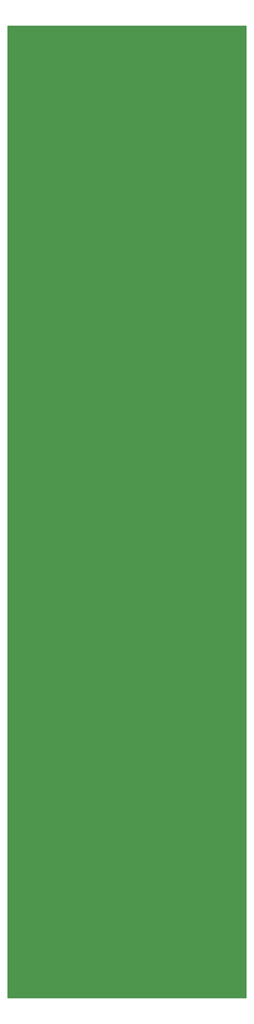
<source format=gtl>
%TF.GenerationSoftware,KiCad,Pcbnew,8.0.5*%
%TF.CreationDate,2024-12-03T23:29:58+01:00*%
%TF.ProjectId,DMH_Multiverter_PANEL,444d485f-4d75-46c7-9469-766572746572,rev?*%
%TF.SameCoordinates,Original*%
%TF.FileFunction,Copper,L1,Top*%
%TF.FilePolarity,Positive*%
%FSLAX46Y46*%
G04 Gerber Fmt 4.6, Leading zero omitted, Abs format (unit mm)*
G04 Created by KiCad (PCBNEW 8.0.5) date 2024-12-03 23:29:58*
%MOMM*%
%LPD*%
G01*
G04 APERTURE LIST*
%TA.AperFunction,ConnectorPad*%
%ADD10C,12.000000*%
%TD*%
%TA.AperFunction,ComponentPad*%
%ADD11C,0.500000*%
%TD*%
%TA.AperFunction,ComponentPad*%
%ADD12C,4.000000*%
%TD*%
G04 APERTURE END LIST*
D10*
%TO.P,H10,1,1*%
%TO.N,GND*%
X83000000Y-97000000D03*
%TD*%
%TO.P,H7,1,1*%
%TO.N,GND*%
X83000000Y-58750000D03*
%TD*%
D11*
%TO.P,H18,1,1*%
%TO.N,GND*%
X69300000Y-159250000D03*
X70960000Y-155220000D03*
X70970000Y-163290000D03*
X75000000Y-153550000D03*
D10*
X75000000Y-159250000D03*
D11*
X75000000Y-164950000D03*
X79030000Y-163290000D03*
X79040000Y-155220000D03*
X80700000Y-159250000D03*
%TD*%
D12*
%TO.P,H3,1,1*%
%TO.N,GND*%
X53500000Y-226500000D03*
%TD*%
D11*
%TO.P,H23,1,1*%
%TO.N,GND*%
X52800000Y-192250000D03*
X54460000Y-188220000D03*
X54470000Y-196290000D03*
X58500000Y-186550000D03*
D10*
X58500000Y-192250000D03*
D11*
X58500000Y-197950000D03*
X62530000Y-196290000D03*
X62540000Y-188220000D03*
X64200000Y-192250000D03*
%TD*%
%TO.P,H27,1,1*%
%TO.N,GND*%
X69300000Y-208750000D03*
X70960000Y-204720000D03*
X70970000Y-212790000D03*
X75000000Y-203050000D03*
D10*
X75000000Y-208750000D03*
D11*
X75000000Y-214450000D03*
X79030000Y-212790000D03*
X79040000Y-204720000D03*
X80700000Y-208750000D03*
%TD*%
%TO.P,H12,1,1*%
%TO.N,GND*%
X69300000Y-126250000D03*
X70960000Y-122220000D03*
X70970000Y-130290000D03*
X75000000Y-120550000D03*
D10*
X75000000Y-126250000D03*
D11*
X75000000Y-131950000D03*
X79030000Y-130290000D03*
X79040000Y-122220000D03*
X80700000Y-126250000D03*
%TD*%
%TO.P,H5,1,1*%
%TO.N,GND*%
X52800000Y-50000000D03*
X54460000Y-45970000D03*
X54470000Y-54040000D03*
X58500000Y-44300000D03*
D10*
X58500000Y-50000000D03*
D11*
X58500000Y-55700000D03*
X62530000Y-54040000D03*
X62540000Y-45970000D03*
X64200000Y-50000000D03*
%TD*%
%TO.P,H22,1,1*%
%TO.N,GND*%
X85800000Y-175750000D03*
X87460000Y-171720000D03*
X87470000Y-179790000D03*
X91500000Y-170050000D03*
D10*
X91500000Y-175750000D03*
D11*
X91500000Y-181450000D03*
X95530000Y-179790000D03*
X95540000Y-171720000D03*
X97200000Y-175750000D03*
%TD*%
%TO.P,H15,1,1*%
%TO.N,GND*%
X69300000Y-142750000D03*
X70960000Y-138720000D03*
X70970000Y-146790000D03*
X75000000Y-137050000D03*
D10*
X75000000Y-142750000D03*
D11*
X75000000Y-148450000D03*
X79030000Y-146790000D03*
X79040000Y-138720000D03*
X80700000Y-142750000D03*
%TD*%
%TO.P,H24,1,1*%
%TO.N,GND*%
X69300000Y-192250000D03*
X70960000Y-188220000D03*
X70970000Y-196290000D03*
X75000000Y-186550000D03*
D10*
X75000000Y-192250000D03*
D11*
X75000000Y-197950000D03*
X79030000Y-196290000D03*
X79040000Y-188220000D03*
X80700000Y-192250000D03*
%TD*%
%TO.P,H8,1,1*%
%TO.N,GND*%
X52800000Y-88250000D03*
X54460000Y-84220000D03*
X54470000Y-92290000D03*
X58500000Y-82550000D03*
D10*
X58500000Y-88250000D03*
D11*
X58500000Y-93950000D03*
X62530000Y-92290000D03*
X62540000Y-84220000D03*
X64200000Y-88250000D03*
%TD*%
%TO.P,H26,1,1*%
%TO.N,GND*%
X52800000Y-208750000D03*
X54460000Y-204720000D03*
X54470000Y-212790000D03*
X58500000Y-203050000D03*
D10*
X58500000Y-208750000D03*
D11*
X58500000Y-214450000D03*
X62530000Y-212790000D03*
X62540000Y-204720000D03*
X64200000Y-208750000D03*
%TD*%
%TO.P,H28,1,1*%
%TO.N,GND*%
X85800000Y-208750000D03*
X87460000Y-204720000D03*
X87470000Y-212790000D03*
X91500000Y-203050000D03*
D10*
X91500000Y-208750000D03*
D11*
X91500000Y-214450000D03*
X95530000Y-212790000D03*
X95540000Y-204720000D03*
X97200000Y-208750000D03*
%TD*%
%TO.P,H21,1,1*%
%TO.N,GND*%
X69300000Y-175750000D03*
X70960000Y-171720000D03*
X70970000Y-179790000D03*
X75000000Y-170050000D03*
D10*
X75000000Y-175750000D03*
D11*
X75000000Y-181450000D03*
X79030000Y-179790000D03*
X79040000Y-171720000D03*
X80700000Y-175750000D03*
%TD*%
%TO.P,H25,1,1*%
%TO.N,GND*%
X85800000Y-192250000D03*
X87460000Y-188220000D03*
X87470000Y-196290000D03*
X91500000Y-186550000D03*
D10*
X91500000Y-192250000D03*
D11*
X91500000Y-197950000D03*
X95530000Y-196290000D03*
X95540000Y-188220000D03*
X97200000Y-192250000D03*
%TD*%
%TO.P,H11,1,1*%
%TO.N,GND*%
X52800000Y-126250000D03*
X54460000Y-122220000D03*
X54470000Y-130290000D03*
X58500000Y-120550000D03*
D10*
X58500000Y-126250000D03*
D11*
X58500000Y-131950000D03*
X62530000Y-130290000D03*
X62540000Y-122220000D03*
X64200000Y-126250000D03*
%TD*%
%TO.P,H17,1,1*%
%TO.N,GND*%
X52800000Y-159250000D03*
X54460000Y-155220000D03*
X54470000Y-163290000D03*
X58500000Y-153550000D03*
D10*
X58500000Y-159250000D03*
D11*
X58500000Y-164950000D03*
X62530000Y-163290000D03*
X62540000Y-155220000D03*
X64200000Y-159250000D03*
%TD*%
%TO.P,H16,1,1*%
%TO.N,GND*%
X85800000Y-142750000D03*
X87460000Y-138720000D03*
X87470000Y-146790000D03*
X91500000Y-137050000D03*
D10*
X91500000Y-142750000D03*
D11*
X91500000Y-148450000D03*
X95530000Y-146790000D03*
X95540000Y-138720000D03*
X97200000Y-142750000D03*
%TD*%
%TO.P,H9,1,1*%
%TO.N,GND*%
X52800000Y-105250000D03*
X54460000Y-101220000D03*
X54470000Y-109290000D03*
X58500000Y-99550000D03*
D10*
X58500000Y-105250000D03*
D11*
X58500000Y-110950000D03*
X62530000Y-109290000D03*
X62540000Y-101220000D03*
X64200000Y-105250000D03*
%TD*%
D12*
%TO.P,H2,1,1*%
%TO.N,GND*%
X96500000Y-33500000D03*
%TD*%
%TO.P,H4,1,1*%
%TO.N,GND*%
X96500000Y-226500000D03*
%TD*%
D11*
%TO.P,H14,1,1*%
%TO.N,GND*%
X52800000Y-142750000D03*
X54460000Y-138720000D03*
X54470000Y-146790000D03*
X58500000Y-137050000D03*
D10*
X58500000Y-142750000D03*
D11*
X58500000Y-148450000D03*
X62530000Y-146790000D03*
X62540000Y-138720000D03*
X64200000Y-142750000D03*
%TD*%
%TO.P,H20,1,1*%
%TO.N,GND*%
X52800000Y-175750000D03*
X54460000Y-171720000D03*
X54470000Y-179790000D03*
X58500000Y-170050000D03*
D10*
X58500000Y-175750000D03*
D11*
X58500000Y-181450000D03*
X62530000Y-179790000D03*
X62540000Y-171720000D03*
X64200000Y-175750000D03*
%TD*%
%TO.P,H6,1,1*%
%TO.N,GND*%
X52800000Y-67000000D03*
X54460000Y-62970000D03*
X54470000Y-71040000D03*
X58500000Y-61300000D03*
D10*
X58500000Y-67000000D03*
D11*
X58500000Y-72700000D03*
X62530000Y-71040000D03*
X62540000Y-62970000D03*
X64200000Y-67000000D03*
%TD*%
D12*
%TO.P,H1,1,1*%
%TO.N,GND*%
X53500000Y-33500000D03*
%TD*%
D11*
%TO.P,H13,1,1*%
%TO.N,GND*%
X85800000Y-126250000D03*
X87460000Y-122220000D03*
X87470000Y-130290000D03*
X91500000Y-120550000D03*
D10*
X91500000Y-126250000D03*
D11*
X91500000Y-131950000D03*
X95530000Y-130290000D03*
X95540000Y-122220000D03*
X97200000Y-126250000D03*
%TD*%
%TO.P,H19,1,1*%
%TO.N,GND*%
X85800000Y-159250000D03*
X87460000Y-155220000D03*
X87470000Y-163290000D03*
X91500000Y-153550000D03*
D10*
X91500000Y-159250000D03*
D11*
X91500000Y-164950000D03*
X95530000Y-163290000D03*
X95540000Y-155220000D03*
X97200000Y-159250000D03*
%TD*%
%TA.AperFunction,Conductor*%
%TO.N,GND*%
G36*
X99442539Y-30520185D02*
G01*
X99488294Y-30572989D01*
X99499500Y-30624500D01*
X99499500Y-229375500D01*
X99479815Y-229442539D01*
X99427011Y-229488294D01*
X99375500Y-229499500D01*
X50624500Y-229499500D01*
X50557461Y-229479815D01*
X50511706Y-229427011D01*
X50500500Y-229375500D01*
X50500500Y-208749993D01*
X53094630Y-208749993D01*
X53094630Y-208750006D01*
X53114101Y-209208394D01*
X53172381Y-209663513D01*
X53269043Y-210112028D01*
X53403399Y-210550746D01*
X53403401Y-210550751D01*
X53574468Y-210976468D01*
X53574472Y-210976479D01*
X53781026Y-211386154D01*
X53781037Y-211386174D01*
X53901317Y-211581521D01*
X54021599Y-211776871D01*
X54294429Y-212145762D01*
X54597560Y-212490186D01*
X54928809Y-212807662D01*
X55285788Y-213095902D01*
X55665925Y-213352830D01*
X56066482Y-213576595D01*
X56066485Y-213576596D01*
X56066494Y-213576601D01*
X56484566Y-213765581D01*
X56484573Y-213765584D01*
X56917185Y-213918435D01*
X57361201Y-214034048D01*
X57813422Y-214111589D01*
X57954946Y-214123634D01*
X58270571Y-214150499D01*
X58270588Y-214150499D01*
X58270590Y-214150500D01*
X58270591Y-214150500D01*
X58729409Y-214150500D01*
X58729410Y-214150500D01*
X58729411Y-214150499D01*
X58729428Y-214150499D01*
X59001523Y-214127339D01*
X59186578Y-214111589D01*
X59638799Y-214034048D01*
X60082815Y-213918435D01*
X60515427Y-213765584D01*
X60933518Y-213576595D01*
X61334075Y-213352830D01*
X61714212Y-213095902D01*
X62071191Y-212807662D01*
X62402440Y-212490186D01*
X62705571Y-212145762D01*
X62978401Y-211776871D01*
X63218964Y-211386172D01*
X63425527Y-210976479D01*
X63596601Y-210550744D01*
X63730955Y-210112035D01*
X63827619Y-209663512D01*
X63885897Y-209208407D01*
X63905370Y-208750000D01*
X63905370Y-208749993D01*
X69594630Y-208749993D01*
X69594630Y-208750006D01*
X69614101Y-209208394D01*
X69672381Y-209663513D01*
X69769043Y-210112028D01*
X69903399Y-210550746D01*
X69903401Y-210550751D01*
X70074468Y-210976468D01*
X70074472Y-210976479D01*
X70281026Y-211386154D01*
X70281037Y-211386174D01*
X70401317Y-211581521D01*
X70521599Y-211776871D01*
X70794429Y-212145762D01*
X71097560Y-212490186D01*
X71428809Y-212807662D01*
X71785788Y-213095902D01*
X72165925Y-213352830D01*
X72566482Y-213576595D01*
X72566485Y-213576596D01*
X72566494Y-213576601D01*
X72984566Y-213765581D01*
X72984573Y-213765584D01*
X73417185Y-213918435D01*
X73861201Y-214034048D01*
X74313422Y-214111589D01*
X74454946Y-214123634D01*
X74770571Y-214150499D01*
X74770588Y-214150499D01*
X74770590Y-214150500D01*
X74770591Y-214150500D01*
X75229409Y-214150500D01*
X75229410Y-214150500D01*
X75229411Y-214150499D01*
X75229428Y-214150499D01*
X75501523Y-214127339D01*
X75686578Y-214111589D01*
X76138799Y-214034048D01*
X76582815Y-213918435D01*
X77015427Y-213765584D01*
X77433518Y-213576595D01*
X77834075Y-213352830D01*
X78214212Y-213095902D01*
X78571191Y-212807662D01*
X78902440Y-212490186D01*
X79205571Y-212145762D01*
X79478401Y-211776871D01*
X79718964Y-211386172D01*
X79925527Y-210976479D01*
X80096601Y-210550744D01*
X80230955Y-210112035D01*
X80327619Y-209663512D01*
X80385897Y-209208407D01*
X80405370Y-208750000D01*
X80405370Y-208749993D01*
X86094630Y-208749993D01*
X86094630Y-208750006D01*
X86114101Y-209208394D01*
X86172381Y-209663513D01*
X86269043Y-210112028D01*
X86403399Y-210550746D01*
X86403401Y-210550751D01*
X86574468Y-210976468D01*
X86574472Y-210976479D01*
X86781026Y-211386154D01*
X86781037Y-211386174D01*
X86901317Y-211581521D01*
X87021599Y-211776871D01*
X87294429Y-212145762D01*
X87597560Y-212490186D01*
X87928809Y-212807662D01*
X88285788Y-213095902D01*
X88665925Y-213352830D01*
X89066482Y-213576595D01*
X89066485Y-213576596D01*
X89066494Y-213576601D01*
X89484566Y-213765581D01*
X89484573Y-213765584D01*
X89917185Y-213918435D01*
X90361201Y-214034048D01*
X90813422Y-214111589D01*
X90954946Y-214123634D01*
X91270571Y-214150499D01*
X91270588Y-214150499D01*
X91270590Y-214150500D01*
X91270591Y-214150500D01*
X91729409Y-214150500D01*
X91729410Y-214150500D01*
X91729411Y-214150499D01*
X91729428Y-214150499D01*
X92001523Y-214127339D01*
X92186578Y-214111589D01*
X92638799Y-214034048D01*
X93082815Y-213918435D01*
X93515427Y-213765584D01*
X93933518Y-213576595D01*
X94334075Y-213352830D01*
X94714212Y-213095902D01*
X95071191Y-212807662D01*
X95402440Y-212490186D01*
X95705571Y-212145762D01*
X95978401Y-211776871D01*
X96218964Y-211386172D01*
X96425527Y-210976479D01*
X96596601Y-210550744D01*
X96730955Y-210112035D01*
X96827619Y-209663512D01*
X96885897Y-209208407D01*
X96905370Y-208750000D01*
X96885897Y-208291593D01*
X96827619Y-207836488D01*
X96730955Y-207387965D01*
X96596601Y-206949256D01*
X96425527Y-206523521D01*
X96425527Y-206523520D01*
X96218973Y-206113845D01*
X96218962Y-206113825D01*
X96167601Y-206030410D01*
X95978401Y-205723129D01*
X95705571Y-205354238D01*
X95402440Y-205009814D01*
X95071191Y-204692338D01*
X94714212Y-204404098D01*
X94334075Y-204147170D01*
X94311723Y-204134683D01*
X93933526Y-203923409D01*
X93933505Y-203923398D01*
X93515433Y-203734418D01*
X93082810Y-203581563D01*
X92638797Y-203465951D01*
X92186588Y-203388412D01*
X92186562Y-203388409D01*
X91729428Y-203349500D01*
X91729410Y-203349500D01*
X91270590Y-203349500D01*
X91270571Y-203349500D01*
X90813437Y-203388409D01*
X90813411Y-203388412D01*
X90361202Y-203465951D01*
X89917189Y-203581563D01*
X89484566Y-203734418D01*
X89066494Y-203923398D01*
X89066473Y-203923409D01*
X88665933Y-204147165D01*
X88665914Y-204147177D01*
X88285793Y-204404094D01*
X87928806Y-204692340D01*
X87597559Y-205009814D01*
X87294435Y-205354230D01*
X87021598Y-205723130D01*
X86781037Y-206113825D01*
X86781026Y-206113845D01*
X86574472Y-206523520D01*
X86574468Y-206523531D01*
X86403401Y-206949248D01*
X86403399Y-206949253D01*
X86269043Y-207387971D01*
X86172381Y-207836486D01*
X86114101Y-208291605D01*
X86094630Y-208749993D01*
X80405370Y-208749993D01*
X80385897Y-208291593D01*
X80327619Y-207836488D01*
X80230955Y-207387965D01*
X80096601Y-206949256D01*
X79925527Y-206523521D01*
X79925527Y-206523520D01*
X79718973Y-206113845D01*
X79718962Y-206113825D01*
X79667601Y-206030410D01*
X79478401Y-205723129D01*
X79205571Y-205354238D01*
X78902440Y-205009814D01*
X78571191Y-204692338D01*
X78214212Y-204404098D01*
X77834075Y-204147170D01*
X77811723Y-204134683D01*
X77433526Y-203923409D01*
X77433505Y-203923398D01*
X77015433Y-203734418D01*
X76582810Y-203581563D01*
X76138797Y-203465951D01*
X75686588Y-203388412D01*
X75686562Y-203388409D01*
X75229428Y-203349500D01*
X75229410Y-203349500D01*
X74770590Y-203349500D01*
X74770571Y-203349500D01*
X74313437Y-203388409D01*
X74313411Y-203388412D01*
X73861202Y-203465951D01*
X73417189Y-203581563D01*
X72984566Y-203734418D01*
X72566494Y-203923398D01*
X72566473Y-203923409D01*
X72165933Y-204147165D01*
X72165914Y-204147177D01*
X71785793Y-204404094D01*
X71428806Y-204692340D01*
X71097559Y-205009814D01*
X70794435Y-205354230D01*
X70521598Y-205723130D01*
X70281037Y-206113825D01*
X70281026Y-206113845D01*
X70074472Y-206523520D01*
X70074468Y-206523531D01*
X69903401Y-206949248D01*
X69903399Y-206949253D01*
X69769043Y-207387971D01*
X69672381Y-207836486D01*
X69614101Y-208291605D01*
X69594630Y-208749993D01*
X63905370Y-208749993D01*
X63885897Y-208291593D01*
X63827619Y-207836488D01*
X63730955Y-207387965D01*
X63596601Y-206949256D01*
X63425527Y-206523521D01*
X63425527Y-206523520D01*
X63218973Y-206113845D01*
X63218962Y-206113825D01*
X63167601Y-206030410D01*
X62978401Y-205723129D01*
X62705571Y-205354238D01*
X62402440Y-205009814D01*
X62071191Y-204692338D01*
X61714212Y-204404098D01*
X61334075Y-204147170D01*
X61311723Y-204134683D01*
X60933526Y-203923409D01*
X60933505Y-203923398D01*
X60515433Y-203734418D01*
X60082810Y-203581563D01*
X59638797Y-203465951D01*
X59186588Y-203388412D01*
X59186562Y-203388409D01*
X58729428Y-203349500D01*
X58729410Y-203349500D01*
X58270590Y-203349500D01*
X58270571Y-203349500D01*
X57813437Y-203388409D01*
X57813411Y-203388412D01*
X57361202Y-203465951D01*
X56917189Y-203581563D01*
X56484566Y-203734418D01*
X56066494Y-203923398D01*
X56066473Y-203923409D01*
X55665933Y-204147165D01*
X55665914Y-204147177D01*
X55285793Y-204404094D01*
X54928806Y-204692340D01*
X54597559Y-205009814D01*
X54294435Y-205354230D01*
X54021598Y-205723130D01*
X53781037Y-206113825D01*
X53781026Y-206113845D01*
X53574472Y-206523520D01*
X53574468Y-206523531D01*
X53403401Y-206949248D01*
X53403399Y-206949253D01*
X53269043Y-207387971D01*
X53172381Y-207836486D01*
X53114101Y-208291605D01*
X53094630Y-208749993D01*
X50500500Y-208749993D01*
X50500500Y-192249993D01*
X53094630Y-192249993D01*
X53094630Y-192250006D01*
X53114101Y-192708394D01*
X53172381Y-193163513D01*
X53269043Y-193612028D01*
X53403399Y-194050746D01*
X53403401Y-194050751D01*
X53574468Y-194476468D01*
X53574472Y-194476479D01*
X53781026Y-194886154D01*
X53781037Y-194886174D01*
X53901317Y-195081521D01*
X54021599Y-195276871D01*
X54294429Y-195645762D01*
X54597560Y-195990186D01*
X54928809Y-196307662D01*
X55285788Y-196595902D01*
X55665925Y-196852830D01*
X56066482Y-197076595D01*
X56066485Y-197076596D01*
X56066494Y-197076601D01*
X56484566Y-197265581D01*
X56484573Y-197265584D01*
X56917185Y-197418435D01*
X57361201Y-197534048D01*
X57813422Y-197611589D01*
X57954946Y-197623634D01*
X58270571Y-197650499D01*
X58270588Y-197650499D01*
X58270590Y-197650500D01*
X58270591Y-197650500D01*
X58729409Y-197650500D01*
X58729410Y-197650500D01*
X58729411Y-197650499D01*
X58729428Y-197650499D01*
X59001523Y-197627339D01*
X59186578Y-197611589D01*
X59638799Y-197534048D01*
X60082815Y-197418435D01*
X60515427Y-197265584D01*
X60933518Y-197076595D01*
X61334075Y-196852830D01*
X61714212Y-196595902D01*
X62071191Y-196307662D01*
X62402440Y-195990186D01*
X62705571Y-195645762D01*
X62978401Y-195276871D01*
X63218964Y-194886172D01*
X63425527Y-194476479D01*
X63596601Y-194050744D01*
X63730955Y-193612035D01*
X63827619Y-193163512D01*
X63885897Y-192708407D01*
X63905370Y-192250000D01*
X63905370Y-192249993D01*
X69594630Y-192249993D01*
X69594630Y-192250006D01*
X69614101Y-192708394D01*
X69672381Y-193163513D01*
X69769043Y-193612028D01*
X69903399Y-194050746D01*
X69903401Y-194050751D01*
X70074468Y-194476468D01*
X70074472Y-194476479D01*
X70281026Y-194886154D01*
X70281037Y-194886174D01*
X70401317Y-195081521D01*
X70521599Y-195276871D01*
X70794429Y-195645762D01*
X71097560Y-195990186D01*
X71428809Y-196307662D01*
X71785788Y-196595902D01*
X72165925Y-196852830D01*
X72566482Y-197076595D01*
X72566485Y-197076596D01*
X72566494Y-197076601D01*
X72984566Y-197265581D01*
X72984573Y-197265584D01*
X73417185Y-197418435D01*
X73861201Y-197534048D01*
X74313422Y-197611589D01*
X74454946Y-197623634D01*
X74770571Y-197650499D01*
X74770588Y-197650499D01*
X74770590Y-197650500D01*
X74770591Y-197650500D01*
X75229409Y-197650500D01*
X75229410Y-197650500D01*
X75229411Y-197650499D01*
X75229428Y-197650499D01*
X75501523Y-197627339D01*
X75686578Y-197611589D01*
X76138799Y-197534048D01*
X76582815Y-197418435D01*
X77015427Y-197265584D01*
X77433518Y-197076595D01*
X77834075Y-196852830D01*
X78214212Y-196595902D01*
X78571191Y-196307662D01*
X78902440Y-195990186D01*
X79205571Y-195645762D01*
X79478401Y-195276871D01*
X79718964Y-194886172D01*
X79925527Y-194476479D01*
X80096601Y-194050744D01*
X80230955Y-193612035D01*
X80327619Y-193163512D01*
X80385897Y-192708407D01*
X80405370Y-192250000D01*
X80405370Y-192249993D01*
X86094630Y-192249993D01*
X86094630Y-192250006D01*
X86114101Y-192708394D01*
X86172381Y-193163513D01*
X86269043Y-193612028D01*
X86403399Y-194050746D01*
X86403401Y-194050751D01*
X86574468Y-194476468D01*
X86574472Y-194476479D01*
X86781026Y-194886154D01*
X86781037Y-194886174D01*
X86901317Y-195081521D01*
X87021599Y-195276871D01*
X87294429Y-195645762D01*
X87597560Y-195990186D01*
X87928809Y-196307662D01*
X88285788Y-196595902D01*
X88665925Y-196852830D01*
X89066482Y-197076595D01*
X89066485Y-197076596D01*
X89066494Y-197076601D01*
X89484566Y-197265581D01*
X89484573Y-197265584D01*
X89917185Y-197418435D01*
X90361201Y-197534048D01*
X90813422Y-197611589D01*
X90954946Y-197623634D01*
X91270571Y-197650499D01*
X91270588Y-197650499D01*
X91270590Y-197650500D01*
X91270591Y-197650500D01*
X91729409Y-197650500D01*
X91729410Y-197650500D01*
X91729411Y-197650499D01*
X91729428Y-197650499D01*
X92001523Y-197627339D01*
X92186578Y-197611589D01*
X92638799Y-197534048D01*
X93082815Y-197418435D01*
X93515427Y-197265584D01*
X93933518Y-197076595D01*
X94334075Y-196852830D01*
X94714212Y-196595902D01*
X95071191Y-196307662D01*
X95402440Y-195990186D01*
X95705571Y-195645762D01*
X95978401Y-195276871D01*
X96218964Y-194886172D01*
X96425527Y-194476479D01*
X96596601Y-194050744D01*
X96730955Y-193612035D01*
X96827619Y-193163512D01*
X96885897Y-192708407D01*
X96905370Y-192250000D01*
X96885897Y-191791593D01*
X96827619Y-191336488D01*
X96730955Y-190887965D01*
X96596601Y-190449256D01*
X96425527Y-190023521D01*
X96425527Y-190023520D01*
X96218973Y-189613845D01*
X96218962Y-189613825D01*
X96167601Y-189530410D01*
X95978401Y-189223129D01*
X95705571Y-188854238D01*
X95402440Y-188509814D01*
X95071191Y-188192338D01*
X94714212Y-187904098D01*
X94334075Y-187647170D01*
X94311723Y-187634683D01*
X93933526Y-187423409D01*
X93933505Y-187423398D01*
X93515433Y-187234418D01*
X93082810Y-187081563D01*
X92638797Y-186965951D01*
X92186588Y-186888412D01*
X92186562Y-186888409D01*
X91729428Y-186849500D01*
X91729410Y-186849500D01*
X91270590Y-186849500D01*
X91270571Y-186849500D01*
X90813437Y-186888409D01*
X90813411Y-186888412D01*
X90361202Y-186965951D01*
X89917189Y-187081563D01*
X89484566Y-187234418D01*
X89066494Y-187423398D01*
X89066473Y-187423409D01*
X88665933Y-187647165D01*
X88665914Y-187647177D01*
X88285793Y-187904094D01*
X87928806Y-188192340D01*
X87597559Y-188509814D01*
X87294435Y-188854230D01*
X87021598Y-189223130D01*
X86781037Y-189613825D01*
X86781026Y-189613845D01*
X86574472Y-190023520D01*
X86574468Y-190023531D01*
X86403401Y-190449248D01*
X86403399Y-190449253D01*
X86269043Y-190887971D01*
X86172381Y-191336486D01*
X86114101Y-191791605D01*
X86094630Y-192249993D01*
X80405370Y-192249993D01*
X80385897Y-191791593D01*
X80327619Y-191336488D01*
X80230955Y-190887965D01*
X80096601Y-190449256D01*
X79925527Y-190023521D01*
X79925527Y-190023520D01*
X79718973Y-189613845D01*
X79718962Y-189613825D01*
X79667601Y-189530410D01*
X79478401Y-189223129D01*
X79205571Y-188854238D01*
X78902440Y-188509814D01*
X78571191Y-188192338D01*
X78214212Y-187904098D01*
X77834075Y-187647170D01*
X77811723Y-187634683D01*
X77433526Y-187423409D01*
X77433505Y-187423398D01*
X77015433Y-187234418D01*
X76582810Y-187081563D01*
X76138797Y-186965951D01*
X75686588Y-186888412D01*
X75686562Y-186888409D01*
X75229428Y-186849500D01*
X75229410Y-186849500D01*
X74770590Y-186849500D01*
X74770571Y-186849500D01*
X74313437Y-186888409D01*
X74313411Y-186888412D01*
X73861202Y-186965951D01*
X73417189Y-187081563D01*
X72984566Y-187234418D01*
X72566494Y-187423398D01*
X72566473Y-187423409D01*
X72165933Y-187647165D01*
X72165914Y-187647177D01*
X71785793Y-187904094D01*
X71428806Y-188192340D01*
X71097559Y-188509814D01*
X70794435Y-188854230D01*
X70521598Y-189223130D01*
X70281037Y-189613825D01*
X70281026Y-189613845D01*
X70074472Y-190023520D01*
X70074468Y-190023531D01*
X69903401Y-190449248D01*
X69903399Y-190449253D01*
X69769043Y-190887971D01*
X69672381Y-191336486D01*
X69614101Y-191791605D01*
X69594630Y-192249993D01*
X63905370Y-192249993D01*
X63885897Y-191791593D01*
X63827619Y-191336488D01*
X63730955Y-190887965D01*
X63596601Y-190449256D01*
X63425527Y-190023521D01*
X63425527Y-190023520D01*
X63218973Y-189613845D01*
X63218962Y-189613825D01*
X63167601Y-189530410D01*
X62978401Y-189223129D01*
X62705571Y-188854238D01*
X62402440Y-188509814D01*
X62071191Y-188192338D01*
X61714212Y-187904098D01*
X61334075Y-187647170D01*
X61311723Y-187634683D01*
X60933526Y-187423409D01*
X60933505Y-187423398D01*
X60515433Y-187234418D01*
X60082810Y-187081563D01*
X59638797Y-186965951D01*
X59186588Y-186888412D01*
X59186562Y-186888409D01*
X58729428Y-186849500D01*
X58729410Y-186849500D01*
X58270590Y-186849500D01*
X58270571Y-186849500D01*
X57813437Y-186888409D01*
X57813411Y-186888412D01*
X57361202Y-186965951D01*
X56917189Y-187081563D01*
X56484566Y-187234418D01*
X56066494Y-187423398D01*
X56066473Y-187423409D01*
X55665933Y-187647165D01*
X55665914Y-187647177D01*
X55285793Y-187904094D01*
X54928806Y-188192340D01*
X54597559Y-188509814D01*
X54294435Y-188854230D01*
X54021598Y-189223130D01*
X53781037Y-189613825D01*
X53781026Y-189613845D01*
X53574472Y-190023520D01*
X53574468Y-190023531D01*
X53403401Y-190449248D01*
X53403399Y-190449253D01*
X53269043Y-190887971D01*
X53172381Y-191336486D01*
X53114101Y-191791605D01*
X53094630Y-192249993D01*
X50500500Y-192249993D01*
X50500500Y-175749993D01*
X53094630Y-175749993D01*
X53094630Y-175750006D01*
X53114101Y-176208394D01*
X53172381Y-176663513D01*
X53269043Y-177112028D01*
X53403399Y-177550746D01*
X53403401Y-177550751D01*
X53574468Y-177976468D01*
X53574472Y-177976479D01*
X53781026Y-178386154D01*
X53781037Y-178386174D01*
X53901317Y-178581521D01*
X54021599Y-178776871D01*
X54294429Y-179145762D01*
X54597560Y-179490186D01*
X54928809Y-179807662D01*
X55285788Y-180095902D01*
X55665925Y-180352830D01*
X56066482Y-180576595D01*
X56066485Y-180576596D01*
X56066494Y-180576601D01*
X56484566Y-180765581D01*
X56484573Y-180765584D01*
X56917185Y-180918435D01*
X57361201Y-181034048D01*
X57813422Y-181111589D01*
X57954946Y-181123634D01*
X58270571Y-181150499D01*
X58270588Y-181150499D01*
X58270590Y-181150500D01*
X58270591Y-181150500D01*
X58729409Y-181150500D01*
X58729410Y-181150500D01*
X58729411Y-181150499D01*
X58729428Y-181150499D01*
X59001523Y-181127339D01*
X59186578Y-181111589D01*
X59638799Y-181034048D01*
X60082815Y-180918435D01*
X60515427Y-180765584D01*
X60933518Y-180576595D01*
X61334075Y-180352830D01*
X61714212Y-180095902D01*
X62071191Y-179807662D01*
X62402440Y-179490186D01*
X62705571Y-179145762D01*
X62978401Y-178776871D01*
X63218964Y-178386172D01*
X63425527Y-177976479D01*
X63596601Y-177550744D01*
X63730955Y-177112035D01*
X63827619Y-176663512D01*
X63885897Y-176208407D01*
X63905370Y-175750000D01*
X63905370Y-175749993D01*
X69594630Y-175749993D01*
X69594630Y-175750006D01*
X69614101Y-176208394D01*
X69672381Y-176663513D01*
X69769043Y-177112028D01*
X69903399Y-177550746D01*
X69903401Y-177550751D01*
X70074468Y-177976468D01*
X70074472Y-177976479D01*
X70281026Y-178386154D01*
X70281037Y-178386174D01*
X70401317Y-178581521D01*
X70521599Y-178776871D01*
X70794429Y-179145762D01*
X71097560Y-179490186D01*
X71428809Y-179807662D01*
X71785788Y-180095902D01*
X72165925Y-180352830D01*
X72566482Y-180576595D01*
X72566485Y-180576596D01*
X72566494Y-180576601D01*
X72984566Y-180765581D01*
X72984573Y-180765584D01*
X73417185Y-180918435D01*
X73861201Y-181034048D01*
X74313422Y-181111589D01*
X74454946Y-181123634D01*
X74770571Y-181150499D01*
X74770588Y-181150499D01*
X74770590Y-181150500D01*
X74770591Y-181150500D01*
X75229409Y-181150500D01*
X75229410Y-181150500D01*
X75229411Y-181150499D01*
X75229428Y-181150499D01*
X75501523Y-181127339D01*
X75686578Y-181111589D01*
X76138799Y-181034048D01*
X76582815Y-180918435D01*
X77015427Y-180765584D01*
X77433518Y-180576595D01*
X77834075Y-180352830D01*
X78214212Y-180095902D01*
X78571191Y-179807662D01*
X78902440Y-179490186D01*
X79205571Y-179145762D01*
X79478401Y-178776871D01*
X79718964Y-178386172D01*
X79925527Y-177976479D01*
X80096601Y-177550744D01*
X80230955Y-177112035D01*
X80327619Y-176663512D01*
X80385897Y-176208407D01*
X80405370Y-175750000D01*
X80405370Y-175749993D01*
X86094630Y-175749993D01*
X86094630Y-175750006D01*
X86114101Y-176208394D01*
X86172381Y-176663513D01*
X86269043Y-177112028D01*
X86403399Y-177550746D01*
X86403401Y-177550751D01*
X86574468Y-177976468D01*
X86574472Y-177976479D01*
X86781026Y-178386154D01*
X86781037Y-178386174D01*
X86901317Y-178581521D01*
X87021599Y-178776871D01*
X87294429Y-179145762D01*
X87597560Y-179490186D01*
X87928809Y-179807662D01*
X88285788Y-180095902D01*
X88665925Y-180352830D01*
X89066482Y-180576595D01*
X89066485Y-180576596D01*
X89066494Y-180576601D01*
X89484566Y-180765581D01*
X89484573Y-180765584D01*
X89917185Y-180918435D01*
X90361201Y-181034048D01*
X90813422Y-181111589D01*
X90954946Y-181123634D01*
X91270571Y-181150499D01*
X91270588Y-181150499D01*
X91270590Y-181150500D01*
X91270591Y-181150500D01*
X91729409Y-181150500D01*
X91729410Y-181150500D01*
X91729411Y-181150499D01*
X91729428Y-181150499D01*
X92001523Y-181127339D01*
X92186578Y-181111589D01*
X92638799Y-181034048D01*
X93082815Y-180918435D01*
X93515427Y-180765584D01*
X93933518Y-180576595D01*
X94334075Y-180352830D01*
X94714212Y-180095902D01*
X95071191Y-179807662D01*
X95402440Y-179490186D01*
X95705571Y-179145762D01*
X95978401Y-178776871D01*
X96218964Y-178386172D01*
X96425527Y-177976479D01*
X96596601Y-177550744D01*
X96730955Y-177112035D01*
X96827619Y-176663512D01*
X96885897Y-176208407D01*
X96905370Y-175750000D01*
X96885897Y-175291593D01*
X96827619Y-174836488D01*
X96730955Y-174387965D01*
X96596601Y-173949256D01*
X96425527Y-173523521D01*
X96425527Y-173523520D01*
X96218973Y-173113845D01*
X96218962Y-173113825D01*
X96167601Y-173030410D01*
X95978401Y-172723129D01*
X95705571Y-172354238D01*
X95402440Y-172009814D01*
X95071191Y-171692338D01*
X94714212Y-171404098D01*
X94334075Y-171147170D01*
X94311723Y-171134683D01*
X93933526Y-170923409D01*
X93933505Y-170923398D01*
X93515433Y-170734418D01*
X93082810Y-170581563D01*
X92638797Y-170465951D01*
X92186588Y-170388412D01*
X92186562Y-170388409D01*
X91729428Y-170349500D01*
X91729410Y-170349500D01*
X91270590Y-170349500D01*
X91270571Y-170349500D01*
X90813437Y-170388409D01*
X90813411Y-170388412D01*
X90361202Y-170465951D01*
X89917189Y-170581563D01*
X89484566Y-170734418D01*
X89066494Y-170923398D01*
X89066473Y-170923409D01*
X88665933Y-171147165D01*
X88665914Y-171147177D01*
X88285793Y-171404094D01*
X87928806Y-171692340D01*
X87597559Y-172009814D01*
X87294435Y-172354230D01*
X87021598Y-172723130D01*
X86781037Y-173113825D01*
X86781026Y-173113845D01*
X86574472Y-173523520D01*
X86574468Y-173523531D01*
X86403401Y-173949248D01*
X86403399Y-173949253D01*
X86269043Y-174387971D01*
X86172381Y-174836486D01*
X86114101Y-175291605D01*
X86094630Y-175749993D01*
X80405370Y-175749993D01*
X80385897Y-175291593D01*
X80327619Y-174836488D01*
X80230955Y-174387965D01*
X80096601Y-173949256D01*
X79925527Y-173523521D01*
X79925527Y-173523520D01*
X79718973Y-173113845D01*
X79718962Y-173113825D01*
X79667601Y-173030410D01*
X79478401Y-172723129D01*
X79205571Y-172354238D01*
X78902440Y-172009814D01*
X78571191Y-171692338D01*
X78214212Y-171404098D01*
X77834075Y-171147170D01*
X77811723Y-171134683D01*
X77433526Y-170923409D01*
X77433505Y-170923398D01*
X77015433Y-170734418D01*
X76582810Y-170581563D01*
X76138797Y-170465951D01*
X75686588Y-170388412D01*
X75686562Y-170388409D01*
X75229428Y-170349500D01*
X75229410Y-170349500D01*
X74770590Y-170349500D01*
X74770571Y-170349500D01*
X74313437Y-170388409D01*
X74313411Y-170388412D01*
X73861202Y-170465951D01*
X73417189Y-170581563D01*
X72984566Y-170734418D01*
X72566494Y-170923398D01*
X72566473Y-170923409D01*
X72165933Y-171147165D01*
X72165914Y-171147177D01*
X71785793Y-171404094D01*
X71428806Y-171692340D01*
X71097559Y-172009814D01*
X70794435Y-172354230D01*
X70521598Y-172723130D01*
X70281037Y-173113825D01*
X70281026Y-173113845D01*
X70074472Y-173523520D01*
X70074468Y-173523531D01*
X69903401Y-173949248D01*
X69903399Y-173949253D01*
X69769043Y-174387971D01*
X69672381Y-174836486D01*
X69614101Y-175291605D01*
X69594630Y-175749993D01*
X63905370Y-175749993D01*
X63885897Y-175291593D01*
X63827619Y-174836488D01*
X63730955Y-174387965D01*
X63596601Y-173949256D01*
X63425527Y-173523521D01*
X63425527Y-173523520D01*
X63218973Y-173113845D01*
X63218962Y-173113825D01*
X63167601Y-173030410D01*
X62978401Y-172723129D01*
X62705571Y-172354238D01*
X62402440Y-172009814D01*
X62071191Y-171692338D01*
X61714212Y-171404098D01*
X61334075Y-171147170D01*
X61311723Y-171134683D01*
X60933526Y-170923409D01*
X60933505Y-170923398D01*
X60515433Y-170734418D01*
X60082810Y-170581563D01*
X59638797Y-170465951D01*
X59186588Y-170388412D01*
X59186562Y-170388409D01*
X58729428Y-170349500D01*
X58729410Y-170349500D01*
X58270590Y-170349500D01*
X58270571Y-170349500D01*
X57813437Y-170388409D01*
X57813411Y-170388412D01*
X57361202Y-170465951D01*
X56917189Y-170581563D01*
X56484566Y-170734418D01*
X56066494Y-170923398D01*
X56066473Y-170923409D01*
X55665933Y-171147165D01*
X55665914Y-171147177D01*
X55285793Y-171404094D01*
X54928806Y-171692340D01*
X54597559Y-172009814D01*
X54294435Y-172354230D01*
X54021598Y-172723130D01*
X53781037Y-173113825D01*
X53781026Y-173113845D01*
X53574472Y-173523520D01*
X53574468Y-173523531D01*
X53403401Y-173949248D01*
X53403399Y-173949253D01*
X53269043Y-174387971D01*
X53172381Y-174836486D01*
X53114101Y-175291605D01*
X53094630Y-175749993D01*
X50500500Y-175749993D01*
X50500500Y-159249993D01*
X53094630Y-159249993D01*
X53094630Y-159250006D01*
X53114101Y-159708394D01*
X53172381Y-160163513D01*
X53269043Y-160612028D01*
X53403399Y-161050746D01*
X53403401Y-161050751D01*
X53574468Y-161476468D01*
X53574472Y-161476479D01*
X53781026Y-161886154D01*
X53781037Y-161886174D01*
X53901317Y-162081521D01*
X54021599Y-162276871D01*
X54294429Y-162645762D01*
X54597560Y-162990186D01*
X54928809Y-163307662D01*
X55285788Y-163595902D01*
X55665925Y-163852830D01*
X56066482Y-164076595D01*
X56066485Y-164076596D01*
X56066494Y-164076601D01*
X56484566Y-164265581D01*
X56484573Y-164265584D01*
X56917185Y-164418435D01*
X57361201Y-164534048D01*
X57813422Y-164611589D01*
X57954946Y-164623634D01*
X58270571Y-164650499D01*
X58270588Y-164650499D01*
X58270590Y-164650500D01*
X58270591Y-164650500D01*
X58729409Y-164650500D01*
X58729410Y-164650500D01*
X58729411Y-164650499D01*
X58729428Y-164650499D01*
X59001523Y-164627339D01*
X59186578Y-164611589D01*
X59638799Y-164534048D01*
X60082815Y-164418435D01*
X60515427Y-164265584D01*
X60933518Y-164076595D01*
X61334075Y-163852830D01*
X61714212Y-163595902D01*
X62071191Y-163307662D01*
X62402440Y-162990186D01*
X62705571Y-162645762D01*
X62978401Y-162276871D01*
X63218964Y-161886172D01*
X63425527Y-161476479D01*
X63596601Y-161050744D01*
X63730955Y-160612035D01*
X63827619Y-160163512D01*
X63885897Y-159708407D01*
X63905370Y-159250000D01*
X63905370Y-159249993D01*
X69594630Y-159249993D01*
X69594630Y-159250006D01*
X69614101Y-159708394D01*
X69672381Y-160163513D01*
X69769043Y-160612028D01*
X69903399Y-161050746D01*
X69903401Y-161050751D01*
X70074468Y-161476468D01*
X70074472Y-161476479D01*
X70281026Y-161886154D01*
X70281037Y-161886174D01*
X70401317Y-162081521D01*
X70521599Y-162276871D01*
X70794429Y-162645762D01*
X71097560Y-162990186D01*
X71428809Y-163307662D01*
X71785788Y-163595902D01*
X72165925Y-163852830D01*
X72566482Y-164076595D01*
X72566485Y-164076596D01*
X72566494Y-164076601D01*
X72984566Y-164265581D01*
X72984573Y-164265584D01*
X73417185Y-164418435D01*
X73861201Y-164534048D01*
X74313422Y-164611589D01*
X74454946Y-164623634D01*
X74770571Y-164650499D01*
X74770588Y-164650499D01*
X74770590Y-164650500D01*
X74770591Y-164650500D01*
X75229409Y-164650500D01*
X75229410Y-164650500D01*
X75229411Y-164650499D01*
X75229428Y-164650499D01*
X75501523Y-164627339D01*
X75686578Y-164611589D01*
X76138799Y-164534048D01*
X76582815Y-164418435D01*
X77015427Y-164265584D01*
X77433518Y-164076595D01*
X77834075Y-163852830D01*
X78214212Y-163595902D01*
X78571191Y-163307662D01*
X78902440Y-162990186D01*
X79205571Y-162645762D01*
X79478401Y-162276871D01*
X79718964Y-161886172D01*
X79925527Y-161476479D01*
X80096601Y-161050744D01*
X80230955Y-160612035D01*
X80327619Y-160163512D01*
X80385897Y-159708407D01*
X80405370Y-159250000D01*
X80405370Y-159249993D01*
X86094630Y-159249993D01*
X86094630Y-159250006D01*
X86114101Y-159708394D01*
X86172381Y-160163513D01*
X86269043Y-160612028D01*
X86403399Y-161050746D01*
X86403401Y-161050751D01*
X86574468Y-161476468D01*
X86574472Y-161476479D01*
X86781026Y-161886154D01*
X86781037Y-161886174D01*
X86901317Y-162081521D01*
X87021599Y-162276871D01*
X87294429Y-162645762D01*
X87597560Y-162990186D01*
X87928809Y-163307662D01*
X88285788Y-163595902D01*
X88665925Y-163852830D01*
X89066482Y-164076595D01*
X89066485Y-164076596D01*
X89066494Y-164076601D01*
X89484566Y-164265581D01*
X89484573Y-164265584D01*
X89917185Y-164418435D01*
X90361201Y-164534048D01*
X90813422Y-164611589D01*
X90954946Y-164623634D01*
X91270571Y-164650499D01*
X91270588Y-164650499D01*
X91270590Y-164650500D01*
X91270591Y-164650500D01*
X91729409Y-164650500D01*
X91729410Y-164650500D01*
X91729411Y-164650499D01*
X91729428Y-164650499D01*
X92001523Y-164627339D01*
X92186578Y-164611589D01*
X92638799Y-164534048D01*
X93082815Y-164418435D01*
X93515427Y-164265584D01*
X93933518Y-164076595D01*
X94334075Y-163852830D01*
X94714212Y-163595902D01*
X95071191Y-163307662D01*
X95402440Y-162990186D01*
X95705571Y-162645762D01*
X95978401Y-162276871D01*
X96218964Y-161886172D01*
X96425527Y-161476479D01*
X96596601Y-161050744D01*
X96730955Y-160612035D01*
X96827619Y-160163512D01*
X96885897Y-159708407D01*
X96905370Y-159250000D01*
X96885897Y-158791593D01*
X96827619Y-158336488D01*
X96730955Y-157887965D01*
X96596601Y-157449256D01*
X96425527Y-157023521D01*
X96425527Y-157023520D01*
X96218973Y-156613845D01*
X96218962Y-156613825D01*
X96167601Y-156530410D01*
X95978401Y-156223129D01*
X95705571Y-155854238D01*
X95402440Y-155509814D01*
X95071191Y-155192338D01*
X94714212Y-154904098D01*
X94334075Y-154647170D01*
X94311723Y-154634683D01*
X93933526Y-154423409D01*
X93933505Y-154423398D01*
X93515433Y-154234418D01*
X93082810Y-154081563D01*
X92638797Y-153965951D01*
X92186588Y-153888412D01*
X92186562Y-153888409D01*
X91729428Y-153849500D01*
X91729410Y-153849500D01*
X91270590Y-153849500D01*
X91270571Y-153849500D01*
X90813437Y-153888409D01*
X90813411Y-153888412D01*
X90361202Y-153965951D01*
X89917189Y-154081563D01*
X89484566Y-154234418D01*
X89066494Y-154423398D01*
X89066473Y-154423409D01*
X88665933Y-154647165D01*
X88665914Y-154647177D01*
X88285793Y-154904094D01*
X87928806Y-155192340D01*
X87597559Y-155509814D01*
X87294435Y-155854230D01*
X87021598Y-156223130D01*
X86781037Y-156613825D01*
X86781026Y-156613845D01*
X86574472Y-157023520D01*
X86574468Y-157023531D01*
X86403401Y-157449248D01*
X86403399Y-157449253D01*
X86269043Y-157887971D01*
X86172381Y-158336486D01*
X86114101Y-158791605D01*
X86094630Y-159249993D01*
X80405370Y-159249993D01*
X80385897Y-158791593D01*
X80327619Y-158336488D01*
X80230955Y-157887965D01*
X80096601Y-157449256D01*
X79925527Y-157023521D01*
X79925527Y-157023520D01*
X79718973Y-156613845D01*
X79718962Y-156613825D01*
X79667601Y-156530410D01*
X79478401Y-156223129D01*
X79205571Y-155854238D01*
X78902440Y-155509814D01*
X78571191Y-155192338D01*
X78214212Y-154904098D01*
X77834075Y-154647170D01*
X77811723Y-154634683D01*
X77433526Y-154423409D01*
X77433505Y-154423398D01*
X77015433Y-154234418D01*
X76582810Y-154081563D01*
X76138797Y-153965951D01*
X75686588Y-153888412D01*
X75686562Y-153888409D01*
X75229428Y-153849500D01*
X75229410Y-153849500D01*
X74770590Y-153849500D01*
X74770571Y-153849500D01*
X74313437Y-153888409D01*
X74313411Y-153888412D01*
X73861202Y-153965951D01*
X73417189Y-154081563D01*
X72984566Y-154234418D01*
X72566494Y-154423398D01*
X72566473Y-154423409D01*
X72165933Y-154647165D01*
X72165914Y-154647177D01*
X71785793Y-154904094D01*
X71428806Y-155192340D01*
X71097559Y-155509814D01*
X70794435Y-155854230D01*
X70521598Y-156223130D01*
X70281037Y-156613825D01*
X70281026Y-156613845D01*
X70074472Y-157023520D01*
X70074468Y-157023531D01*
X69903401Y-157449248D01*
X69903399Y-157449253D01*
X69769043Y-157887971D01*
X69672381Y-158336486D01*
X69614101Y-158791605D01*
X69594630Y-159249993D01*
X63905370Y-159249993D01*
X63885897Y-158791593D01*
X63827619Y-158336488D01*
X63730955Y-157887965D01*
X63596601Y-157449256D01*
X63425527Y-157023521D01*
X63425527Y-157023520D01*
X63218973Y-156613845D01*
X63218962Y-156613825D01*
X63167601Y-156530410D01*
X62978401Y-156223129D01*
X62705571Y-155854238D01*
X62402440Y-155509814D01*
X62071191Y-155192338D01*
X61714212Y-154904098D01*
X61334075Y-154647170D01*
X61311723Y-154634683D01*
X60933526Y-154423409D01*
X60933505Y-154423398D01*
X60515433Y-154234418D01*
X60082810Y-154081563D01*
X59638797Y-153965951D01*
X59186588Y-153888412D01*
X59186562Y-153888409D01*
X58729428Y-153849500D01*
X58729410Y-153849500D01*
X58270590Y-153849500D01*
X58270571Y-153849500D01*
X57813437Y-153888409D01*
X57813411Y-153888412D01*
X57361202Y-153965951D01*
X56917189Y-154081563D01*
X56484566Y-154234418D01*
X56066494Y-154423398D01*
X56066473Y-154423409D01*
X55665933Y-154647165D01*
X55665914Y-154647177D01*
X55285793Y-154904094D01*
X54928806Y-155192340D01*
X54597559Y-155509814D01*
X54294435Y-155854230D01*
X54021598Y-156223130D01*
X53781037Y-156613825D01*
X53781026Y-156613845D01*
X53574472Y-157023520D01*
X53574468Y-157023531D01*
X53403401Y-157449248D01*
X53403399Y-157449253D01*
X53269043Y-157887971D01*
X53172381Y-158336486D01*
X53114101Y-158791605D01*
X53094630Y-159249993D01*
X50500500Y-159249993D01*
X50500500Y-142749993D01*
X53094630Y-142749993D01*
X53094630Y-142750006D01*
X53114101Y-143208394D01*
X53172381Y-143663513D01*
X53269043Y-144112028D01*
X53403399Y-144550746D01*
X53403401Y-144550751D01*
X53574468Y-144976468D01*
X53574472Y-144976479D01*
X53781026Y-145386154D01*
X53781037Y-145386174D01*
X53901317Y-145581521D01*
X54021599Y-145776871D01*
X54294429Y-146145762D01*
X54597560Y-146490186D01*
X54928809Y-146807662D01*
X55285788Y-147095902D01*
X55665925Y-147352830D01*
X56066482Y-147576595D01*
X56066485Y-147576596D01*
X56066494Y-147576601D01*
X56484566Y-147765581D01*
X56484573Y-147765584D01*
X56917185Y-147918435D01*
X57361201Y-148034048D01*
X57813422Y-148111589D01*
X57954946Y-148123634D01*
X58270571Y-148150499D01*
X58270588Y-148150499D01*
X58270590Y-148150500D01*
X58270591Y-148150500D01*
X58729409Y-148150500D01*
X58729410Y-148150500D01*
X58729411Y-148150499D01*
X58729428Y-148150499D01*
X59001523Y-148127339D01*
X59186578Y-148111589D01*
X59638799Y-148034048D01*
X60082815Y-147918435D01*
X60515427Y-147765584D01*
X60933518Y-147576595D01*
X61334075Y-147352830D01*
X61714212Y-147095902D01*
X62071191Y-146807662D01*
X62402440Y-146490186D01*
X62705571Y-146145762D01*
X62978401Y-145776871D01*
X63218964Y-145386172D01*
X63425527Y-144976479D01*
X63596601Y-144550744D01*
X63730955Y-144112035D01*
X63827619Y-143663512D01*
X63885897Y-143208407D01*
X63905370Y-142750000D01*
X63905370Y-142749993D01*
X69594630Y-142749993D01*
X69594630Y-142750006D01*
X69614101Y-143208394D01*
X69672381Y-143663513D01*
X69769043Y-144112028D01*
X69903399Y-144550746D01*
X69903401Y-144550751D01*
X70074468Y-144976468D01*
X70074472Y-144976479D01*
X70281026Y-145386154D01*
X70281037Y-145386174D01*
X70401317Y-145581521D01*
X70521599Y-145776871D01*
X70794429Y-146145762D01*
X71097560Y-146490186D01*
X71428809Y-146807662D01*
X71785788Y-147095902D01*
X72165925Y-147352830D01*
X72566482Y-147576595D01*
X72566485Y-147576596D01*
X72566494Y-147576601D01*
X72984566Y-147765581D01*
X72984573Y-147765584D01*
X73417185Y-147918435D01*
X73861201Y-148034048D01*
X74313422Y-148111589D01*
X74454946Y-148123634D01*
X74770571Y-148150499D01*
X74770588Y-148150499D01*
X74770590Y-148150500D01*
X74770591Y-148150500D01*
X75229409Y-148150500D01*
X75229410Y-148150500D01*
X75229411Y-148150499D01*
X75229428Y-148150499D01*
X75501523Y-148127339D01*
X75686578Y-148111589D01*
X76138799Y-148034048D01*
X76582815Y-147918435D01*
X77015427Y-147765584D01*
X77433518Y-147576595D01*
X77834075Y-147352830D01*
X78214212Y-147095902D01*
X78571191Y-146807662D01*
X78902440Y-146490186D01*
X79205571Y-146145762D01*
X79478401Y-145776871D01*
X79718964Y-145386172D01*
X79925527Y-144976479D01*
X80096601Y-144550744D01*
X80230955Y-144112035D01*
X80327619Y-143663512D01*
X80385897Y-143208407D01*
X80405370Y-142750000D01*
X80405370Y-142749993D01*
X86094630Y-142749993D01*
X86094630Y-142750006D01*
X86114101Y-143208394D01*
X86172381Y-143663513D01*
X86269043Y-144112028D01*
X86403399Y-144550746D01*
X86403401Y-144550751D01*
X86574468Y-144976468D01*
X86574472Y-144976479D01*
X86781026Y-145386154D01*
X86781037Y-145386174D01*
X86901317Y-145581521D01*
X87021599Y-145776871D01*
X87294429Y-146145762D01*
X87597560Y-146490186D01*
X87928809Y-146807662D01*
X88285788Y-147095902D01*
X88665925Y-147352830D01*
X89066482Y-147576595D01*
X89066485Y-147576596D01*
X89066494Y-147576601D01*
X89484566Y-147765581D01*
X89484573Y-147765584D01*
X89917185Y-147918435D01*
X90361201Y-148034048D01*
X90813422Y-148111589D01*
X90954946Y-148123634D01*
X91270571Y-148150499D01*
X91270588Y-148150499D01*
X91270590Y-148150500D01*
X91270591Y-148150500D01*
X91729409Y-148150500D01*
X91729410Y-148150500D01*
X91729411Y-148150499D01*
X91729428Y-148150499D01*
X92001523Y-148127339D01*
X92186578Y-148111589D01*
X92638799Y-148034048D01*
X93082815Y-147918435D01*
X93515427Y-147765584D01*
X93933518Y-147576595D01*
X94334075Y-147352830D01*
X94714212Y-147095902D01*
X95071191Y-146807662D01*
X95402440Y-146490186D01*
X95705571Y-146145762D01*
X95978401Y-145776871D01*
X96218964Y-145386172D01*
X96425527Y-144976479D01*
X96596601Y-144550744D01*
X96730955Y-144112035D01*
X96827619Y-143663512D01*
X96885897Y-143208407D01*
X96905370Y-142750000D01*
X96885897Y-142291593D01*
X96827619Y-141836488D01*
X96730955Y-141387965D01*
X96596601Y-140949256D01*
X96425527Y-140523521D01*
X96425527Y-140523520D01*
X96218973Y-140113845D01*
X96218962Y-140113825D01*
X96167601Y-140030410D01*
X95978401Y-139723129D01*
X95705571Y-139354238D01*
X95402440Y-139009814D01*
X95071191Y-138692338D01*
X94714212Y-138404098D01*
X94334075Y-138147170D01*
X94311723Y-138134683D01*
X93933526Y-137923409D01*
X93933505Y-137923398D01*
X93515433Y-137734418D01*
X93082810Y-137581563D01*
X92638797Y-137465951D01*
X92186588Y-137388412D01*
X92186562Y-137388409D01*
X91729428Y-137349500D01*
X91729410Y-137349500D01*
X91270590Y-137349500D01*
X91270571Y-137349500D01*
X90813437Y-137388409D01*
X90813411Y-137388412D01*
X90361202Y-137465951D01*
X89917189Y-137581563D01*
X89484566Y-137734418D01*
X89066494Y-137923398D01*
X89066473Y-137923409D01*
X88665933Y-138147165D01*
X88665914Y-138147177D01*
X88285793Y-138404094D01*
X87928806Y-138692340D01*
X87597559Y-139009814D01*
X87294435Y-139354230D01*
X87021598Y-139723130D01*
X86781037Y-140113825D01*
X86781026Y-140113845D01*
X86574472Y-140523520D01*
X86574468Y-140523531D01*
X86403401Y-140949248D01*
X86403399Y-140949253D01*
X86269043Y-141387971D01*
X86172381Y-141836486D01*
X86114101Y-142291605D01*
X86094630Y-142749993D01*
X80405370Y-142749993D01*
X80385897Y-142291593D01*
X80327619Y-141836488D01*
X80230955Y-141387965D01*
X80096601Y-140949256D01*
X79925527Y-140523521D01*
X79925527Y-140523520D01*
X79718973Y-140113845D01*
X79718962Y-140113825D01*
X79667601Y-140030410D01*
X79478401Y-139723129D01*
X79205571Y-139354238D01*
X78902440Y-139009814D01*
X78571191Y-138692338D01*
X78214212Y-138404098D01*
X77834075Y-138147170D01*
X77811723Y-138134683D01*
X77433526Y-137923409D01*
X77433505Y-137923398D01*
X77015433Y-137734418D01*
X76582810Y-137581563D01*
X76138797Y-137465951D01*
X75686588Y-137388412D01*
X75686562Y-137388409D01*
X75229428Y-137349500D01*
X75229410Y-137349500D01*
X74770590Y-137349500D01*
X74770571Y-137349500D01*
X74313437Y-137388409D01*
X74313411Y-137388412D01*
X73861202Y-137465951D01*
X73417189Y-137581563D01*
X72984566Y-137734418D01*
X72566494Y-137923398D01*
X72566473Y-137923409D01*
X72165933Y-138147165D01*
X72165914Y-138147177D01*
X71785793Y-138404094D01*
X71428806Y-138692340D01*
X71097559Y-139009814D01*
X70794435Y-139354230D01*
X70521598Y-139723130D01*
X70281037Y-140113825D01*
X70281026Y-140113845D01*
X70074472Y-140523520D01*
X70074468Y-140523531D01*
X69903401Y-140949248D01*
X69903399Y-140949253D01*
X69769043Y-141387971D01*
X69672381Y-141836486D01*
X69614101Y-142291605D01*
X69594630Y-142749993D01*
X63905370Y-142749993D01*
X63885897Y-142291593D01*
X63827619Y-141836488D01*
X63730955Y-141387965D01*
X63596601Y-140949256D01*
X63425527Y-140523521D01*
X63425527Y-140523520D01*
X63218973Y-140113845D01*
X63218962Y-140113825D01*
X63167601Y-140030410D01*
X62978401Y-139723129D01*
X62705571Y-139354238D01*
X62402440Y-139009814D01*
X62071191Y-138692338D01*
X61714212Y-138404098D01*
X61334075Y-138147170D01*
X61311723Y-138134683D01*
X60933526Y-137923409D01*
X60933505Y-137923398D01*
X60515433Y-137734418D01*
X60082810Y-137581563D01*
X59638797Y-137465951D01*
X59186588Y-137388412D01*
X59186562Y-137388409D01*
X58729428Y-137349500D01*
X58729410Y-137349500D01*
X58270590Y-137349500D01*
X58270571Y-137349500D01*
X57813437Y-137388409D01*
X57813411Y-137388412D01*
X57361202Y-137465951D01*
X56917189Y-137581563D01*
X56484566Y-137734418D01*
X56066494Y-137923398D01*
X56066473Y-137923409D01*
X55665933Y-138147165D01*
X55665914Y-138147177D01*
X55285793Y-138404094D01*
X54928806Y-138692340D01*
X54597559Y-139009814D01*
X54294435Y-139354230D01*
X54021598Y-139723130D01*
X53781037Y-140113825D01*
X53781026Y-140113845D01*
X53574472Y-140523520D01*
X53574468Y-140523531D01*
X53403401Y-140949248D01*
X53403399Y-140949253D01*
X53269043Y-141387971D01*
X53172381Y-141836486D01*
X53114101Y-142291605D01*
X53094630Y-142749993D01*
X50500500Y-142749993D01*
X50500500Y-126249993D01*
X53094630Y-126249993D01*
X53094630Y-126250006D01*
X53114101Y-126708394D01*
X53172381Y-127163513D01*
X53269043Y-127612028D01*
X53403399Y-128050746D01*
X53403401Y-128050751D01*
X53574468Y-128476468D01*
X53574472Y-128476479D01*
X53781026Y-128886154D01*
X53781037Y-128886174D01*
X53901317Y-129081521D01*
X54021599Y-129276871D01*
X54294429Y-129645762D01*
X54597560Y-129990186D01*
X54928809Y-130307662D01*
X55285788Y-130595902D01*
X55665925Y-130852830D01*
X56066482Y-131076595D01*
X56066485Y-131076596D01*
X56066494Y-131076601D01*
X56484566Y-131265581D01*
X56484573Y-131265584D01*
X56917185Y-131418435D01*
X57361201Y-131534048D01*
X57813422Y-131611589D01*
X57954946Y-131623634D01*
X58270571Y-131650499D01*
X58270588Y-131650499D01*
X58270590Y-131650500D01*
X58270591Y-131650500D01*
X58729409Y-131650500D01*
X58729410Y-131650500D01*
X58729411Y-131650499D01*
X58729428Y-131650499D01*
X59001523Y-131627339D01*
X59186578Y-131611589D01*
X59638799Y-131534048D01*
X60082815Y-131418435D01*
X60515427Y-131265584D01*
X60933518Y-131076595D01*
X61334075Y-130852830D01*
X61714212Y-130595902D01*
X62071191Y-130307662D01*
X62402440Y-129990186D01*
X62705571Y-129645762D01*
X62978401Y-129276871D01*
X63218964Y-128886172D01*
X63425527Y-128476479D01*
X63596601Y-128050744D01*
X63730955Y-127612035D01*
X63827619Y-127163512D01*
X63885897Y-126708407D01*
X63905370Y-126250000D01*
X63905370Y-126249993D01*
X69594630Y-126249993D01*
X69594630Y-126250006D01*
X69614101Y-126708394D01*
X69672381Y-127163513D01*
X69769043Y-127612028D01*
X69903399Y-128050746D01*
X69903401Y-128050751D01*
X70074468Y-128476468D01*
X70074472Y-128476479D01*
X70281026Y-128886154D01*
X70281037Y-128886174D01*
X70401317Y-129081521D01*
X70521599Y-129276871D01*
X70794429Y-129645762D01*
X71097560Y-129990186D01*
X71428809Y-130307662D01*
X71785788Y-130595902D01*
X72165925Y-130852830D01*
X72566482Y-131076595D01*
X72566485Y-131076596D01*
X72566494Y-131076601D01*
X72984566Y-131265581D01*
X72984573Y-131265584D01*
X73417185Y-131418435D01*
X73861201Y-131534048D01*
X74313422Y-131611589D01*
X74454946Y-131623634D01*
X74770571Y-131650499D01*
X74770588Y-131650499D01*
X74770590Y-131650500D01*
X74770591Y-131650500D01*
X75229409Y-131650500D01*
X75229410Y-131650500D01*
X75229411Y-131650499D01*
X75229428Y-131650499D01*
X75501523Y-131627339D01*
X75686578Y-131611589D01*
X76138799Y-131534048D01*
X76582815Y-131418435D01*
X77015427Y-131265584D01*
X77433518Y-131076595D01*
X77834075Y-130852830D01*
X78214212Y-130595902D01*
X78571191Y-130307662D01*
X78902440Y-129990186D01*
X79205571Y-129645762D01*
X79478401Y-129276871D01*
X79718964Y-128886172D01*
X79925527Y-128476479D01*
X80096601Y-128050744D01*
X80230955Y-127612035D01*
X80327619Y-127163512D01*
X80385897Y-126708407D01*
X80405370Y-126250000D01*
X80405370Y-126249993D01*
X86094630Y-126249993D01*
X86094630Y-126250006D01*
X86114101Y-126708394D01*
X86172381Y-127163513D01*
X86269043Y-127612028D01*
X86403399Y-128050746D01*
X86403401Y-128050751D01*
X86574468Y-128476468D01*
X86574472Y-128476479D01*
X86781026Y-128886154D01*
X86781037Y-128886174D01*
X86901317Y-129081521D01*
X87021599Y-129276871D01*
X87294429Y-129645762D01*
X87597560Y-129990186D01*
X87928809Y-130307662D01*
X88285788Y-130595902D01*
X88665925Y-130852830D01*
X89066482Y-131076595D01*
X89066485Y-131076596D01*
X89066494Y-131076601D01*
X89484566Y-131265581D01*
X89484573Y-131265584D01*
X89917185Y-131418435D01*
X90361201Y-131534048D01*
X90813422Y-131611589D01*
X90954946Y-131623634D01*
X91270571Y-131650499D01*
X91270588Y-131650499D01*
X91270590Y-131650500D01*
X91270591Y-131650500D01*
X91729409Y-131650500D01*
X91729410Y-131650500D01*
X91729411Y-131650499D01*
X91729428Y-131650499D01*
X92001523Y-131627339D01*
X92186578Y-131611589D01*
X92638799Y-131534048D01*
X93082815Y-131418435D01*
X93515427Y-131265584D01*
X93933518Y-131076595D01*
X94334075Y-130852830D01*
X94714212Y-130595902D01*
X95071191Y-130307662D01*
X95402440Y-129990186D01*
X95705571Y-129645762D01*
X95978401Y-129276871D01*
X96218964Y-128886172D01*
X96425527Y-128476479D01*
X96596601Y-128050744D01*
X96730955Y-127612035D01*
X96827619Y-127163512D01*
X96885897Y-126708407D01*
X96905370Y-126250000D01*
X96885897Y-125791593D01*
X96827619Y-125336488D01*
X96730955Y-124887965D01*
X96596601Y-124449256D01*
X96425527Y-124023521D01*
X96425527Y-124023520D01*
X96218973Y-123613845D01*
X96218962Y-123613825D01*
X96167601Y-123530410D01*
X95978401Y-123223129D01*
X95705571Y-122854238D01*
X95402440Y-122509814D01*
X95071191Y-122192338D01*
X94714212Y-121904098D01*
X94334075Y-121647170D01*
X94311723Y-121634683D01*
X93933526Y-121423409D01*
X93933505Y-121423398D01*
X93515433Y-121234418D01*
X93082810Y-121081563D01*
X92638797Y-120965951D01*
X92186588Y-120888412D01*
X92186562Y-120888409D01*
X91729428Y-120849500D01*
X91729410Y-120849500D01*
X91270590Y-120849500D01*
X91270571Y-120849500D01*
X90813437Y-120888409D01*
X90813411Y-120888412D01*
X90361202Y-120965951D01*
X89917189Y-121081563D01*
X89484566Y-121234418D01*
X89066494Y-121423398D01*
X89066473Y-121423409D01*
X88665933Y-121647165D01*
X88665914Y-121647177D01*
X88285793Y-121904094D01*
X87928806Y-122192340D01*
X87597559Y-122509814D01*
X87294435Y-122854230D01*
X87021598Y-123223130D01*
X86781037Y-123613825D01*
X86781026Y-123613845D01*
X86574472Y-124023520D01*
X86574468Y-124023531D01*
X86403401Y-124449248D01*
X86403399Y-124449253D01*
X86269043Y-124887971D01*
X86172381Y-125336486D01*
X86114101Y-125791605D01*
X86094630Y-126249993D01*
X80405370Y-126249993D01*
X80385897Y-125791593D01*
X80327619Y-125336488D01*
X80230955Y-124887965D01*
X80096601Y-124449256D01*
X79925527Y-124023521D01*
X79925527Y-124023520D01*
X79718973Y-123613845D01*
X79718962Y-123613825D01*
X79667601Y-123530410D01*
X79478401Y-123223129D01*
X79205571Y-122854238D01*
X78902440Y-122509814D01*
X78571191Y-122192338D01*
X78214212Y-121904098D01*
X77834075Y-121647170D01*
X77811723Y-121634683D01*
X77433526Y-121423409D01*
X77433505Y-121423398D01*
X77015433Y-121234418D01*
X76582810Y-121081563D01*
X76138797Y-120965951D01*
X75686588Y-120888412D01*
X75686562Y-120888409D01*
X75229428Y-120849500D01*
X75229410Y-120849500D01*
X74770590Y-120849500D01*
X74770571Y-120849500D01*
X74313437Y-120888409D01*
X74313411Y-120888412D01*
X73861202Y-120965951D01*
X73417189Y-121081563D01*
X72984566Y-121234418D01*
X72566494Y-121423398D01*
X72566473Y-121423409D01*
X72165933Y-121647165D01*
X72165914Y-121647177D01*
X71785793Y-121904094D01*
X71428806Y-122192340D01*
X71097559Y-122509814D01*
X70794435Y-122854230D01*
X70521598Y-123223130D01*
X70281037Y-123613825D01*
X70281026Y-123613845D01*
X70074472Y-124023520D01*
X70074468Y-124023531D01*
X69903401Y-124449248D01*
X69903399Y-124449253D01*
X69769043Y-124887971D01*
X69672381Y-125336486D01*
X69614101Y-125791605D01*
X69594630Y-126249993D01*
X63905370Y-126249993D01*
X63885897Y-125791593D01*
X63827619Y-125336488D01*
X63730955Y-124887965D01*
X63596601Y-124449256D01*
X63425527Y-124023521D01*
X63425527Y-124023520D01*
X63218973Y-123613845D01*
X63218962Y-123613825D01*
X63167601Y-123530410D01*
X62978401Y-123223129D01*
X62705571Y-122854238D01*
X62402440Y-122509814D01*
X62071191Y-122192338D01*
X61714212Y-121904098D01*
X61334075Y-121647170D01*
X61311723Y-121634683D01*
X60933526Y-121423409D01*
X60933505Y-121423398D01*
X60515433Y-121234418D01*
X60082810Y-121081563D01*
X59638797Y-120965951D01*
X59186588Y-120888412D01*
X59186562Y-120888409D01*
X58729428Y-120849500D01*
X58729410Y-120849500D01*
X58270590Y-120849500D01*
X58270571Y-120849500D01*
X57813437Y-120888409D01*
X57813411Y-120888412D01*
X57361202Y-120965951D01*
X56917189Y-121081563D01*
X56484566Y-121234418D01*
X56066494Y-121423398D01*
X56066473Y-121423409D01*
X55665933Y-121647165D01*
X55665914Y-121647177D01*
X55285793Y-121904094D01*
X54928806Y-122192340D01*
X54597559Y-122509814D01*
X54294435Y-122854230D01*
X54021598Y-123223130D01*
X53781037Y-123613825D01*
X53781026Y-123613845D01*
X53574472Y-124023520D01*
X53574468Y-124023531D01*
X53403401Y-124449248D01*
X53403399Y-124449253D01*
X53269043Y-124887971D01*
X53172381Y-125336486D01*
X53114101Y-125791605D01*
X53094630Y-126249993D01*
X50500500Y-126249993D01*
X50500500Y-105249993D01*
X53094630Y-105249993D01*
X53094630Y-105250006D01*
X53114101Y-105708394D01*
X53172381Y-106163513D01*
X53269043Y-106612028D01*
X53403399Y-107050746D01*
X53403401Y-107050751D01*
X53574468Y-107476468D01*
X53574472Y-107476479D01*
X53781026Y-107886154D01*
X53781037Y-107886174D01*
X53901317Y-108081521D01*
X54021599Y-108276871D01*
X54294429Y-108645762D01*
X54597560Y-108990186D01*
X54928809Y-109307662D01*
X55285788Y-109595902D01*
X55665925Y-109852830D01*
X56066482Y-110076595D01*
X56066485Y-110076596D01*
X56066494Y-110076601D01*
X56484566Y-110265581D01*
X56484573Y-110265584D01*
X56917185Y-110418435D01*
X57361201Y-110534048D01*
X57813422Y-110611589D01*
X57954946Y-110623634D01*
X58270571Y-110650499D01*
X58270588Y-110650499D01*
X58270590Y-110650500D01*
X58270591Y-110650500D01*
X58729409Y-110650500D01*
X58729410Y-110650500D01*
X58729411Y-110650499D01*
X58729428Y-110650499D01*
X59001523Y-110627339D01*
X59186578Y-110611589D01*
X59638799Y-110534048D01*
X60082815Y-110418435D01*
X60515427Y-110265584D01*
X60933518Y-110076595D01*
X61334075Y-109852830D01*
X61714212Y-109595902D01*
X62071191Y-109307662D01*
X62402440Y-108990186D01*
X62705571Y-108645762D01*
X62978401Y-108276871D01*
X63218964Y-107886172D01*
X63425527Y-107476479D01*
X63596601Y-107050744D01*
X63730955Y-106612035D01*
X63827619Y-106163512D01*
X63885897Y-105708407D01*
X63905370Y-105250000D01*
X63885897Y-104791593D01*
X63827619Y-104336488D01*
X63730955Y-103887965D01*
X63596601Y-103449256D01*
X63425527Y-103023521D01*
X63425527Y-103023520D01*
X63218973Y-102613845D01*
X63218962Y-102613825D01*
X63167601Y-102530410D01*
X62978401Y-102223129D01*
X62705571Y-101854238D01*
X62402440Y-101509814D01*
X62071191Y-101192338D01*
X61714212Y-100904098D01*
X61334075Y-100647170D01*
X61119398Y-100527244D01*
X60933526Y-100423409D01*
X60933505Y-100423398D01*
X60515433Y-100234418D01*
X60082810Y-100081563D01*
X59638797Y-99965951D01*
X59186588Y-99888412D01*
X59186562Y-99888409D01*
X58729428Y-99849500D01*
X58729410Y-99849500D01*
X58270590Y-99849500D01*
X58270571Y-99849500D01*
X57813437Y-99888409D01*
X57813411Y-99888412D01*
X57361202Y-99965951D01*
X56917189Y-100081563D01*
X56484566Y-100234418D01*
X56066494Y-100423398D01*
X56066473Y-100423409D01*
X55665933Y-100647165D01*
X55665914Y-100647177D01*
X55285793Y-100904094D01*
X54928806Y-101192340D01*
X54597559Y-101509814D01*
X54294435Y-101854230D01*
X54021598Y-102223130D01*
X53781037Y-102613825D01*
X53781026Y-102613845D01*
X53574472Y-103023520D01*
X53574468Y-103023531D01*
X53403401Y-103449248D01*
X53403399Y-103449253D01*
X53269043Y-103887971D01*
X53172381Y-104336486D01*
X53114101Y-104791605D01*
X53094630Y-105249993D01*
X50500500Y-105249993D01*
X50500500Y-96999996D01*
X77994460Y-96999996D01*
X77994460Y-97000003D01*
X78014610Y-97448683D01*
X78014611Y-97448692D01*
X78074901Y-97893776D01*
X78174843Y-98331652D01*
X78174845Y-98331658D01*
X78313639Y-98758821D01*
X78490164Y-99171822D01*
X78703000Y-99567338D01*
X78703004Y-99567344D01*
X78703004Y-99567345D01*
X78950428Y-99942177D01*
X78950429Y-99942178D01*
X79061586Y-100081565D01*
X79230471Y-100293339D01*
X79540858Y-100617979D01*
X79540865Y-100617985D01*
X79540868Y-100617988D01*
X79879080Y-100913475D01*
X79879089Y-100913482D01*
X79879097Y-100913489D01*
X79879107Y-100913496D01*
X79879108Y-100913497D01*
X80242458Y-101177487D01*
X80628033Y-101407857D01*
X80628039Y-101407860D01*
X81032688Y-101602729D01*
X81032702Y-101602735D01*
X81453189Y-101760546D01*
X81453193Y-101760547D01*
X81453203Y-101760551D01*
X81886163Y-101880041D01*
X82328090Y-101960239D01*
X82775427Y-102000500D01*
X82775434Y-102000500D01*
X83224566Y-102000500D01*
X83224573Y-102000500D01*
X83671910Y-101960239D01*
X84113837Y-101880041D01*
X84546797Y-101760551D01*
X84967303Y-101602733D01*
X85371969Y-101407856D01*
X85757537Y-101177490D01*
X86120903Y-100913489D01*
X86459142Y-100617979D01*
X86769529Y-100293339D01*
X87049567Y-99942183D01*
X87297000Y-99567338D01*
X87509836Y-99171822D01*
X87686361Y-98758821D01*
X87825155Y-98331658D01*
X87925099Y-97893774D01*
X87985389Y-97448693D01*
X88005540Y-97000000D01*
X87985389Y-96551307D01*
X87925099Y-96106226D01*
X87825155Y-95668342D01*
X87686361Y-95241179D01*
X87509836Y-94828178D01*
X87297000Y-94432662D01*
X87124890Y-94171926D01*
X87049571Y-94057822D01*
X87049570Y-94057821D01*
X86769534Y-93706667D01*
X86769532Y-93706665D01*
X86769529Y-93706661D01*
X86459142Y-93382021D01*
X86459131Y-93382011D01*
X86120919Y-93086524D01*
X86120907Y-93086515D01*
X86120903Y-93086511D01*
X86029027Y-93019759D01*
X85757541Y-92822512D01*
X85371966Y-92592142D01*
X85371960Y-92592139D01*
X84967311Y-92397270D01*
X84967297Y-92397264D01*
X84546810Y-92239453D01*
X84546785Y-92239445D01*
X84113843Y-92119960D01*
X83671916Y-92039762D01*
X83671915Y-92039761D01*
X83671910Y-92039761D01*
X83224573Y-91999500D01*
X82775427Y-91999500D01*
X82328090Y-92039761D01*
X82328085Y-92039761D01*
X82328083Y-92039762D01*
X81886156Y-92119960D01*
X81453214Y-92239445D01*
X81453189Y-92239453D01*
X81032702Y-92397264D01*
X81032688Y-92397270D01*
X80628039Y-92592139D01*
X80628033Y-92592142D01*
X80242458Y-92822512D01*
X79879108Y-93086502D01*
X79879080Y-93086524D01*
X79540868Y-93382011D01*
X79540865Y-93382014D01*
X79230465Y-93706667D01*
X78950429Y-94057821D01*
X78950428Y-94057822D01*
X78703004Y-94432654D01*
X78703004Y-94432655D01*
X78490165Y-94828175D01*
X78490164Y-94828178D01*
X78367721Y-95114649D01*
X78313636Y-95241187D01*
X78174843Y-95668347D01*
X78074901Y-96106223D01*
X78014611Y-96551307D01*
X78014610Y-96551316D01*
X77994460Y-96999996D01*
X50500500Y-96999996D01*
X50500500Y-88249993D01*
X53094630Y-88249993D01*
X53094630Y-88250006D01*
X53114101Y-88708394D01*
X53172381Y-89163513D01*
X53269043Y-89612028D01*
X53403399Y-90050746D01*
X53403401Y-90050751D01*
X53574468Y-90476468D01*
X53574472Y-90476479D01*
X53781026Y-90886154D01*
X53781037Y-90886174D01*
X53901317Y-91081521D01*
X54021599Y-91276871D01*
X54294429Y-91645762D01*
X54597560Y-91990186D01*
X54928809Y-92307662D01*
X55285788Y-92595902D01*
X55665925Y-92852830D01*
X56066482Y-93076595D01*
X56066485Y-93076596D01*
X56066494Y-93076601D01*
X56484566Y-93265581D01*
X56484573Y-93265584D01*
X56917185Y-93418435D01*
X57361201Y-93534048D01*
X57813422Y-93611589D01*
X57954946Y-93623634D01*
X58270571Y-93650499D01*
X58270588Y-93650499D01*
X58270590Y-93650500D01*
X58270591Y-93650500D01*
X58729409Y-93650500D01*
X58729410Y-93650500D01*
X58729411Y-93650499D01*
X58729428Y-93650499D01*
X59001523Y-93627339D01*
X59186578Y-93611589D01*
X59638799Y-93534048D01*
X60082815Y-93418435D01*
X60515427Y-93265584D01*
X60911553Y-93086524D01*
X60933505Y-93076601D01*
X60933506Y-93076600D01*
X60933518Y-93076595D01*
X61334075Y-92852830D01*
X61714212Y-92595902D01*
X62071191Y-92307662D01*
X62402440Y-91990186D01*
X62705571Y-91645762D01*
X62978401Y-91276871D01*
X63218964Y-90886172D01*
X63425527Y-90476479D01*
X63596601Y-90050744D01*
X63730955Y-89612035D01*
X63827619Y-89163512D01*
X63885897Y-88708407D01*
X63905370Y-88250000D01*
X63885897Y-87791593D01*
X63827619Y-87336488D01*
X63730955Y-86887965D01*
X63596601Y-86449256D01*
X63425527Y-86023521D01*
X63425527Y-86023520D01*
X63218973Y-85613845D01*
X63218962Y-85613825D01*
X63167601Y-85530410D01*
X62978401Y-85223129D01*
X62705571Y-84854238D01*
X62402440Y-84509814D01*
X62071191Y-84192338D01*
X61714212Y-83904098D01*
X61334075Y-83647170D01*
X61311723Y-83634683D01*
X60933526Y-83423409D01*
X60933505Y-83423398D01*
X60515433Y-83234418D01*
X60082810Y-83081563D01*
X59638797Y-82965951D01*
X59186588Y-82888412D01*
X59186562Y-82888409D01*
X58729428Y-82849500D01*
X58729410Y-82849500D01*
X58270590Y-82849500D01*
X58270571Y-82849500D01*
X57813437Y-82888409D01*
X57813411Y-82888412D01*
X57361202Y-82965951D01*
X56917189Y-83081563D01*
X56484566Y-83234418D01*
X56066494Y-83423398D01*
X56066473Y-83423409D01*
X55665933Y-83647165D01*
X55665914Y-83647177D01*
X55285793Y-83904094D01*
X54928806Y-84192340D01*
X54597559Y-84509814D01*
X54294435Y-84854230D01*
X54021598Y-85223130D01*
X53781037Y-85613825D01*
X53781026Y-85613845D01*
X53574472Y-86023520D01*
X53574468Y-86023531D01*
X53403401Y-86449248D01*
X53403399Y-86449253D01*
X53269043Y-86887971D01*
X53172381Y-87336486D01*
X53114101Y-87791605D01*
X53094630Y-88249993D01*
X50500500Y-88249993D01*
X50500500Y-66999993D01*
X53094630Y-66999993D01*
X53094630Y-67000006D01*
X53114101Y-67458394D01*
X53172381Y-67913513D01*
X53269043Y-68362028D01*
X53403399Y-68800746D01*
X53403401Y-68800751D01*
X53574468Y-69226468D01*
X53574472Y-69226479D01*
X53781026Y-69636154D01*
X53781037Y-69636174D01*
X53901317Y-69831521D01*
X54021599Y-70026871D01*
X54294429Y-70395762D01*
X54597560Y-70740186D01*
X54928809Y-71057662D01*
X55285788Y-71345902D01*
X55665925Y-71602830D01*
X56066482Y-71826595D01*
X56066485Y-71826596D01*
X56066494Y-71826601D01*
X56484566Y-72015581D01*
X56484573Y-72015584D01*
X56917185Y-72168435D01*
X57361201Y-72284048D01*
X57813422Y-72361589D01*
X57954946Y-72373634D01*
X58270571Y-72400499D01*
X58270588Y-72400499D01*
X58270590Y-72400500D01*
X58270591Y-72400500D01*
X58729409Y-72400500D01*
X58729410Y-72400500D01*
X58729411Y-72400499D01*
X58729428Y-72400499D01*
X59001523Y-72377339D01*
X59186578Y-72361589D01*
X59638799Y-72284048D01*
X60082815Y-72168435D01*
X60515427Y-72015584D01*
X60933518Y-71826595D01*
X61334075Y-71602830D01*
X61714212Y-71345902D01*
X62071191Y-71057662D01*
X62402440Y-70740186D01*
X62705571Y-70395762D01*
X62978401Y-70026871D01*
X63218964Y-69636172D01*
X63425527Y-69226479D01*
X63596601Y-68800744D01*
X63730955Y-68362035D01*
X63827619Y-67913512D01*
X63885897Y-67458407D01*
X63905370Y-67000000D01*
X63885897Y-66541593D01*
X63827619Y-66086488D01*
X63730955Y-65637965D01*
X63596601Y-65199256D01*
X63425527Y-64773521D01*
X63425527Y-64773520D01*
X63218973Y-64363845D01*
X63218962Y-64363825D01*
X63167601Y-64280410D01*
X62978401Y-63973129D01*
X62705571Y-63604238D01*
X62402440Y-63259814D01*
X62071191Y-62942338D01*
X61714212Y-62654098D01*
X61334075Y-62397170D01*
X61119398Y-62277244D01*
X60933526Y-62173409D01*
X60933505Y-62173398D01*
X60515433Y-61984418D01*
X60082810Y-61831563D01*
X59638797Y-61715951D01*
X59186588Y-61638412D01*
X59186562Y-61638409D01*
X58729428Y-61599500D01*
X58729410Y-61599500D01*
X58270590Y-61599500D01*
X58270571Y-61599500D01*
X57813437Y-61638409D01*
X57813411Y-61638412D01*
X57361202Y-61715951D01*
X56917189Y-61831563D01*
X56484566Y-61984418D01*
X56066494Y-62173398D01*
X56066473Y-62173409D01*
X55665933Y-62397165D01*
X55665914Y-62397177D01*
X55285793Y-62654094D01*
X54928806Y-62942340D01*
X54597559Y-63259814D01*
X54294435Y-63604230D01*
X54021598Y-63973130D01*
X53781037Y-64363825D01*
X53781026Y-64363845D01*
X53574472Y-64773520D01*
X53574468Y-64773531D01*
X53403401Y-65199248D01*
X53403399Y-65199253D01*
X53269043Y-65637971D01*
X53172381Y-66086486D01*
X53114101Y-66541605D01*
X53094630Y-66999993D01*
X50500500Y-66999993D01*
X50500500Y-58749996D01*
X77994460Y-58749996D01*
X77994460Y-58750003D01*
X78014610Y-59198683D01*
X78014611Y-59198692D01*
X78074901Y-59643776D01*
X78174843Y-60081652D01*
X78174845Y-60081658D01*
X78313639Y-60508821D01*
X78490164Y-60921822D01*
X78703000Y-61317338D01*
X78703004Y-61317344D01*
X78703004Y-61317345D01*
X78950428Y-61692177D01*
X78950429Y-61692178D01*
X79061586Y-61831565D01*
X79230471Y-62043339D01*
X79540858Y-62367979D01*
X79540865Y-62367985D01*
X79540868Y-62367988D01*
X79879080Y-62663475D01*
X79879089Y-62663482D01*
X79879097Y-62663489D01*
X79879107Y-62663496D01*
X79879108Y-62663497D01*
X80242458Y-62927487D01*
X80628033Y-63157857D01*
X80628039Y-63157860D01*
X81032688Y-63352729D01*
X81032702Y-63352735D01*
X81453189Y-63510546D01*
X81453193Y-63510547D01*
X81453203Y-63510551D01*
X81886163Y-63630041D01*
X82328090Y-63710239D01*
X82775427Y-63750500D01*
X82775434Y-63750500D01*
X83224566Y-63750500D01*
X83224573Y-63750500D01*
X83671910Y-63710239D01*
X84113837Y-63630041D01*
X84546797Y-63510551D01*
X84967303Y-63352733D01*
X85371969Y-63157856D01*
X85757537Y-62927490D01*
X86120903Y-62663489D01*
X86459142Y-62367979D01*
X86769529Y-62043339D01*
X87049567Y-61692183D01*
X87297000Y-61317338D01*
X87509836Y-60921822D01*
X87686361Y-60508821D01*
X87825155Y-60081658D01*
X87925099Y-59643774D01*
X87985389Y-59198693D01*
X88005540Y-58750000D01*
X87985389Y-58301307D01*
X87925099Y-57856226D01*
X87825155Y-57418342D01*
X87686361Y-56991179D01*
X87509836Y-56578178D01*
X87297000Y-56182662D01*
X87124890Y-55921926D01*
X87049571Y-55807822D01*
X87049570Y-55807821D01*
X86769534Y-55456667D01*
X86769532Y-55456665D01*
X86769529Y-55456661D01*
X86459142Y-55132021D01*
X86459131Y-55132011D01*
X86120919Y-54836524D01*
X86120907Y-54836515D01*
X86120903Y-54836511D01*
X86029027Y-54769759D01*
X85757541Y-54572512D01*
X85371966Y-54342142D01*
X85371960Y-54342139D01*
X84967311Y-54147270D01*
X84967297Y-54147264D01*
X84546810Y-53989453D01*
X84546785Y-53989445D01*
X84113843Y-53869960D01*
X83671916Y-53789762D01*
X83671915Y-53789761D01*
X83671910Y-53789761D01*
X83224573Y-53749500D01*
X82775427Y-53749500D01*
X82328090Y-53789761D01*
X82328085Y-53789761D01*
X82328083Y-53789762D01*
X81886156Y-53869960D01*
X81453214Y-53989445D01*
X81453189Y-53989453D01*
X81032702Y-54147264D01*
X81032688Y-54147270D01*
X80628039Y-54342139D01*
X80628033Y-54342142D01*
X80242458Y-54572512D01*
X79879108Y-54836502D01*
X79879080Y-54836524D01*
X79540868Y-55132011D01*
X79540865Y-55132014D01*
X79230465Y-55456667D01*
X78950429Y-55807821D01*
X78950428Y-55807822D01*
X78703004Y-56182654D01*
X78703004Y-56182655D01*
X78490165Y-56578175D01*
X78490164Y-56578178D01*
X78367721Y-56864649D01*
X78313636Y-56991187D01*
X78174843Y-57418347D01*
X78074901Y-57856223D01*
X78014611Y-58301307D01*
X78014610Y-58301316D01*
X77994460Y-58749996D01*
X50500500Y-58749996D01*
X50500500Y-49999993D01*
X53094630Y-49999993D01*
X53094630Y-50000006D01*
X53114101Y-50458394D01*
X53172381Y-50913513D01*
X53269043Y-51362028D01*
X53403399Y-51800746D01*
X53403401Y-51800751D01*
X53574468Y-52226468D01*
X53574472Y-52226479D01*
X53781026Y-52636154D01*
X53781037Y-52636174D01*
X53901317Y-52831521D01*
X54021599Y-53026871D01*
X54294429Y-53395762D01*
X54597560Y-53740186D01*
X54928809Y-54057662D01*
X55285788Y-54345902D01*
X55665925Y-54602830D01*
X56066482Y-54826595D01*
X56066485Y-54826596D01*
X56066494Y-54826601D01*
X56484566Y-55015581D01*
X56484573Y-55015584D01*
X56917185Y-55168435D01*
X57361201Y-55284048D01*
X57813422Y-55361589D01*
X57954946Y-55373634D01*
X58270571Y-55400499D01*
X58270588Y-55400499D01*
X58270590Y-55400500D01*
X58270591Y-55400500D01*
X58729409Y-55400500D01*
X58729410Y-55400500D01*
X58729411Y-55400499D01*
X58729428Y-55400499D01*
X59001523Y-55377339D01*
X59186578Y-55361589D01*
X59638799Y-55284048D01*
X60082815Y-55168435D01*
X60515427Y-55015584D01*
X60911553Y-54836524D01*
X60933505Y-54826601D01*
X60933506Y-54826600D01*
X60933518Y-54826595D01*
X61334075Y-54602830D01*
X61714212Y-54345902D01*
X62071191Y-54057662D01*
X62402440Y-53740186D01*
X62705571Y-53395762D01*
X62978401Y-53026871D01*
X63218964Y-52636172D01*
X63425527Y-52226479D01*
X63596601Y-51800744D01*
X63730955Y-51362035D01*
X63827619Y-50913512D01*
X63885897Y-50458407D01*
X63905370Y-50000000D01*
X63885897Y-49541593D01*
X63827619Y-49086488D01*
X63730955Y-48637965D01*
X63596601Y-48199256D01*
X63425527Y-47773521D01*
X63425527Y-47773520D01*
X63218973Y-47363845D01*
X63218962Y-47363825D01*
X63167601Y-47280410D01*
X62978401Y-46973129D01*
X62705571Y-46604238D01*
X62402440Y-46259814D01*
X62071191Y-45942338D01*
X61714212Y-45654098D01*
X61334075Y-45397170D01*
X61311723Y-45384683D01*
X60933526Y-45173409D01*
X60933505Y-45173398D01*
X60515433Y-44984418D01*
X60082810Y-44831563D01*
X59638797Y-44715951D01*
X59186588Y-44638412D01*
X59186562Y-44638409D01*
X58729428Y-44599500D01*
X58729410Y-44599500D01*
X58270590Y-44599500D01*
X58270571Y-44599500D01*
X57813437Y-44638409D01*
X57813411Y-44638412D01*
X57361202Y-44715951D01*
X56917189Y-44831563D01*
X56484566Y-44984418D01*
X56066494Y-45173398D01*
X56066473Y-45173409D01*
X55665933Y-45397165D01*
X55665914Y-45397177D01*
X55285793Y-45654094D01*
X54928806Y-45942340D01*
X54597559Y-46259814D01*
X54294435Y-46604230D01*
X54021598Y-46973130D01*
X53781037Y-47363825D01*
X53781026Y-47363845D01*
X53574472Y-47773520D01*
X53574468Y-47773531D01*
X53403401Y-48199248D01*
X53403399Y-48199253D01*
X53269043Y-48637971D01*
X53172381Y-49086486D01*
X53114101Y-49541605D01*
X53094630Y-49999993D01*
X50500500Y-49999993D01*
X50500500Y-30624500D01*
X50520185Y-30557461D01*
X50572989Y-30511706D01*
X50624500Y-30500500D01*
X99375500Y-30500500D01*
X99442539Y-30520185D01*
G37*
%TD.AperFunction*%
%TD*%
M02*

</source>
